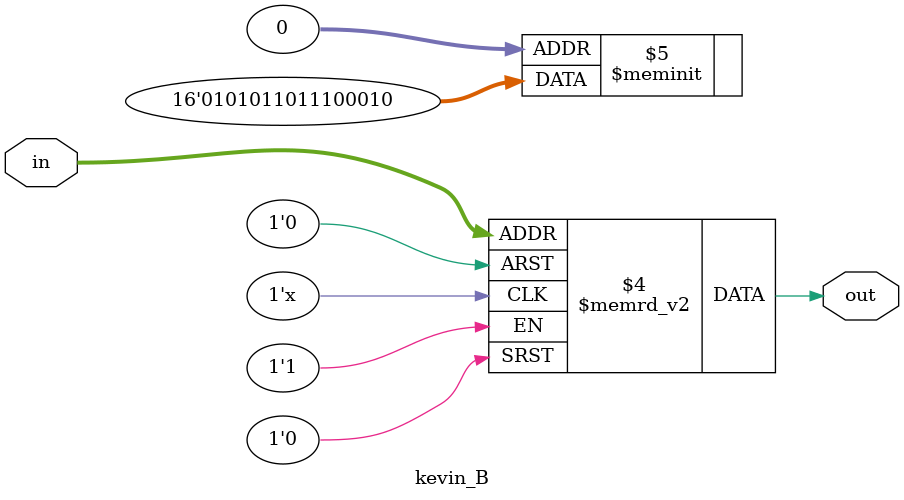
<source format=v>
module kevin_G(in,out);
	parameter n=4;
	
	//IO port declaration
	input [n-1:0]in;//Input must be wire.
	output out;//Output can be wire or reg, default type is wire.
	
	//Save the output values from different gates. 
	wire not_a,not_b,not_c,not_d;
	wire and0,and1,and2,and3,and4;
	
	//Declare a gate.
	//<gate><gate name>(output,input1,input2,...);
	//Don't use duplicate <gate name>
	not not_a_gate(not_a,in[3]);
	not not_b_gate(not_b,in[2]);
	not not_c_gate(not_c,in[1]);
	not not_d_gate(not_d,in[0]);
	
	and first_and_gate(and0, not_a, not_c, in[0]);
	and second_and_gate(and1,in[3],in[2],not_d);
	and third_and_gate(and2,in[3],in[1],not_d);
	and fourth_and_gate(and3,not_a,in[2],in[1]);
	and fifth_and_gate(and4, not_b,not_c,in[0]);
	
	or first_or_gate(out,and0,and1,and2,and3,and4);
	
endmodule  

module kevin_D(in,out);
	parameter n=4;

	input [n-1:0]in;
	output out;

	//Be careful, "!" and "~" are different in Verilog.
	assign out=(!in[3]&!in[1]&in[0])|(in[3]&in[2]&!in[0])|(in[3]&in[1]&!in[0])|(!in[3]&in[2]&in[1])|(!in[2]&!in[1]&in[0]);
    //assign out=(~in[3]&~in[1]&in[0])|(in[3]&in[2]&~in[0])|(in[3]&in[1]&~in[0])|(~in[3]&in[2]&in[1])|(~in[2]&~in[1]&in[0]);
endmodule

module kevin_B(in,out);
	parameter n=4;
	
	input [n-1:0]in;
	output out;
	reg out;//It must be reg type because an always block is used to set it.
	
	always@(*)begin
		case(in)
			1,5,6,7,9,10,12,14:begin
				out=1'b1;
			end
			default:begin
				out=1'b0;
			end
		endcase
	end
	
	/*
	or can write as
	always@(*)begin
		out=1'b0;
		case(in)
			5,7,14,15:begin
				out=1'b1;
			end
		endcase
	end
	*/
	
endmodule

</source>
